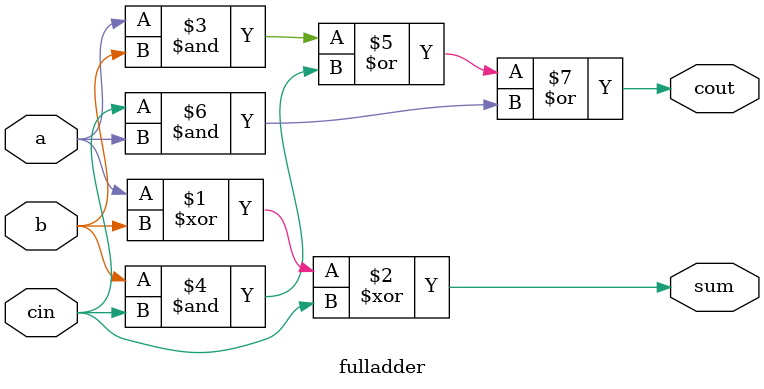
<source format=v>
`timescale 1ns / 1ps
module fulladder(a,b,cin,cout,sum);
input a,b,cin;
output cout,sum;

assign sum = a^b^cin;
assign cout = (a&b)|(b&cin)|(cin&a);
endmodule

//module fulladder(a,b,cin,cout,sum);
//input a,b,cin;
//output sum,cout;
//wire w1,w2,w3,w4;

//xor(w1,a,b);
//xor(sum,w1,cin);        //sum output

//and(w2,a,b);
//and(w3,b,cin);
//and(w4,cin,a);

//or(cout,w2,w3,w4);      //carry output

//endmodule
</source>
